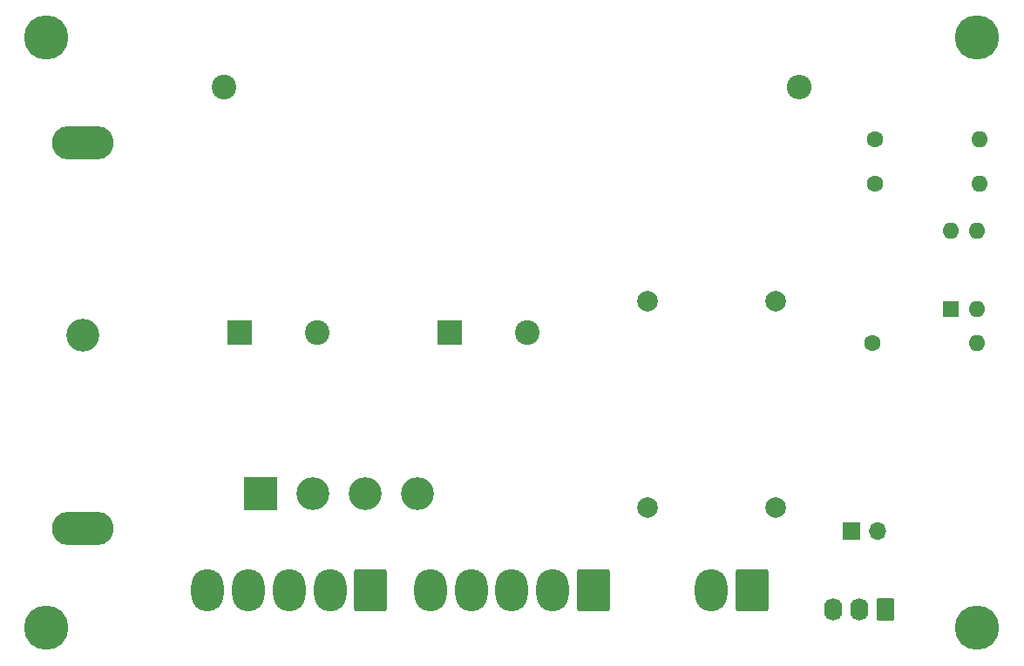
<source format=gbr>
%TF.GenerationSoftware,KiCad,Pcbnew,(6.0.1)*%
%TF.CreationDate,2022-01-30T10:49:48+01:00*%
%TF.ProjectId,board_shakercontrol,626f6172-645f-4736-9861-6b6572636f6e,rev?*%
%TF.SameCoordinates,Original*%
%TF.FileFunction,Soldermask,Bot*%
%TF.FilePolarity,Negative*%
%FSLAX46Y46*%
G04 Gerber Fmt 4.6, Leading zero omitted, Abs format (unit mm)*
G04 Created by KiCad (PCBNEW (6.0.1)) date 2022-01-30 10:49:48*
%MOMM*%
%LPD*%
G01*
G04 APERTURE LIST*
G04 Aperture macros list*
%AMRoundRect*
0 Rectangle with rounded corners*
0 $1 Rounding radius*
0 $2 $3 $4 $5 $6 $7 $8 $9 X,Y pos of 4 corners*
0 Add a 4 corners polygon primitive as box body*
4,1,4,$2,$3,$4,$5,$6,$7,$8,$9,$2,$3,0*
0 Add four circle primitives for the rounded corners*
1,1,$1+$1,$2,$3*
1,1,$1+$1,$4,$5*
1,1,$1+$1,$6,$7*
1,1,$1+$1,$8,$9*
0 Add four rect primitives between the rounded corners*
20,1,$1+$1,$2,$3,$4,$5,0*
20,1,$1+$1,$4,$5,$6,$7,0*
20,1,$1+$1,$6,$7,$8,$9,0*
20,1,$1+$1,$8,$9,$2,$3,0*%
G04 Aperture macros list end*
%ADD10C,1.600000*%
%ADD11O,1.600000X1.600000*%
%ADD12R,3.200000X3.200000*%
%ADD13C,3.200000*%
%ADD14O,6.000000X3.250000*%
%ADD15R,2.400000X2.400000*%
%ADD16C,2.400000*%
%ADD17C,4.300000*%
%ADD18O,2.400000X2.400000*%
%ADD19RoundRect,0.250000X0.620000X0.845000X-0.620000X0.845000X-0.620000X-0.845000X0.620000X-0.845000X0*%
%ADD20O,1.740000X2.190000*%
%ADD21RoundRect,0.250000X1.330000X1.800000X-1.330000X1.800000X-1.330000X-1.800000X1.330000X-1.800000X0*%
%ADD22O,3.160000X4.100000*%
%ADD23R,1.600000X1.600000*%
%ADD24R,1.700000X1.700000*%
%ADD25O,1.700000X1.700000*%
%ADD26C,2.000000*%
G04 APERTURE END LIST*
D10*
%TO.C,R1*%
X133604000Y-70358000D03*
D11*
X143764000Y-70358000D03*
%TD*%
D12*
%TO.C,D1*%
X74138000Y-84994000D03*
D13*
X79218000Y-84994000D03*
X84298000Y-84994000D03*
X89378000Y-84994000D03*
%TD*%
%TO.C,F1*%
X56896000Y-69596000D03*
D14*
X56896000Y-88346000D03*
X56896000Y-50846000D03*
%TD*%
D10*
%TO.C,R3*%
X133858000Y-54864000D03*
D11*
X144018000Y-54864000D03*
%TD*%
D15*
%TO.C,C1*%
X92534220Y-69342000D03*
D16*
X100034220Y-69342000D03*
%TD*%
D17*
%TO.C,REF\u002A\u002A*%
X143764000Y-40640000D03*
%TD*%
D16*
%TO.C,R4*%
X70612000Y-45466000D03*
D18*
X126492000Y-45466000D03*
%TD*%
D19*
%TO.C,J3*%
X134874000Y-96246000D03*
D20*
X132334000Y-96246000D03*
X129794000Y-96246000D03*
%TD*%
D17*
%TO.C,REF\u002A\u002A*%
X53340000Y-98044000D03*
%TD*%
%TO.C,REF\u002A\u002A*%
X143764000Y-98044000D03*
%TD*%
D21*
%TO.C,J1*%
X106472000Y-94383000D03*
D22*
X102512000Y-94383000D03*
X98552000Y-94383000D03*
X94592000Y-94383000D03*
X90632000Y-94383000D03*
%TD*%
D23*
%TO.C,U2*%
X141224000Y-67056000D03*
D11*
X143764000Y-67056000D03*
X143764000Y-59436000D03*
X141224000Y-59436000D03*
%TD*%
D10*
%TO.C,R2*%
X133858000Y-50546000D03*
D11*
X144018000Y-50546000D03*
%TD*%
D24*
%TO.C,JP1*%
X131567000Y-88646000D03*
D25*
X134107000Y-88646000D03*
%TD*%
D21*
%TO.C,J2*%
X84836000Y-94383000D03*
D22*
X80876000Y-94383000D03*
X76916000Y-94383000D03*
X72956000Y-94383000D03*
X68996000Y-94383000D03*
%TD*%
D21*
%TO.C,J4*%
X121868000Y-94383000D03*
D22*
X117908000Y-94383000D03*
%TD*%
D26*
%TO.C,L1*%
X124206000Y-66294005D03*
X111706000Y-66294005D03*
X111706000Y-86294005D03*
X124206000Y-86294005D03*
%TD*%
D15*
%TO.C,C2*%
X72136000Y-69342000D03*
D16*
X79636000Y-69342000D03*
%TD*%
D17*
%TO.C,REF\u002A\u002A*%
X53340000Y-40640000D03*
%TD*%
M02*

</source>
